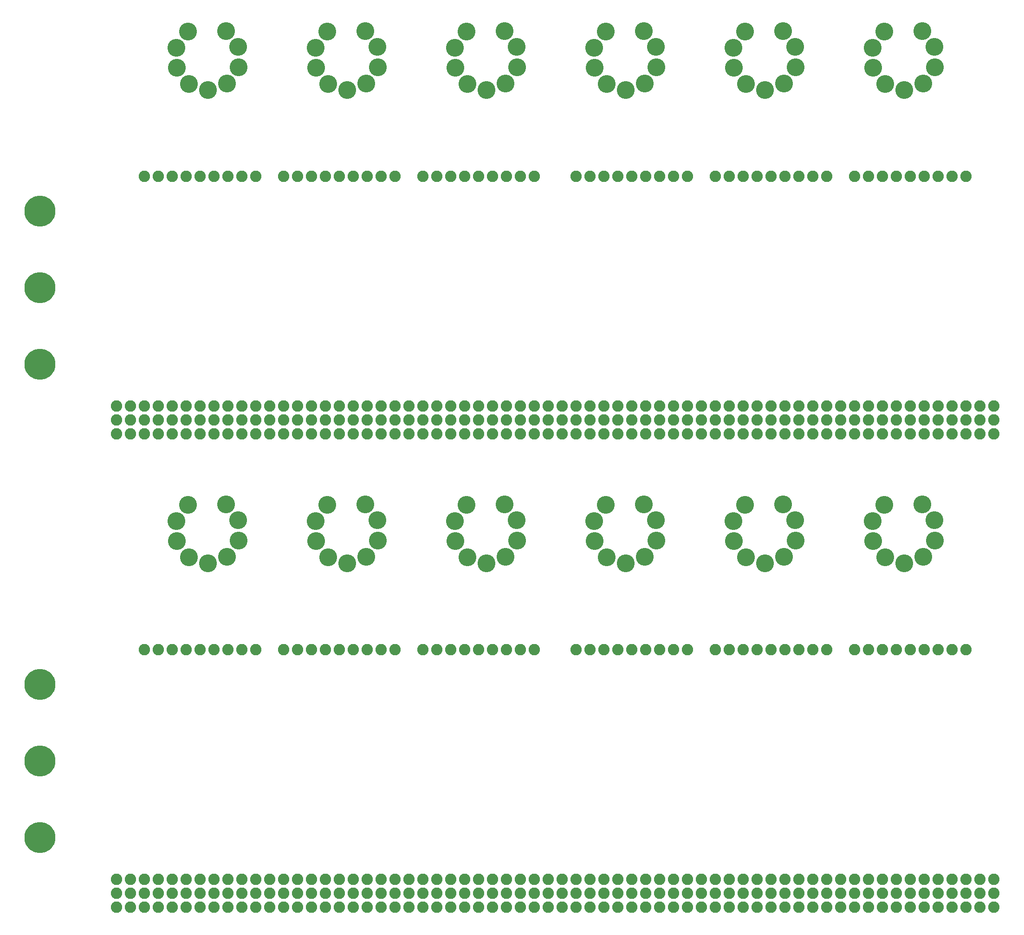
<source format=gbs>
G04 EAGLE Gerber RS-274X export*
G75*
%MOMM*%
%FSLAX34Y34*%
%LPD*%
%INSoldermask Bottom*%
%IPPOS*%
%AMOC8*
5,1,8,0,0,1.08239X$1,22.5*%
G01*
%ADD10C,3.251200*%
%ADD11C,2.082800*%
%ADD12C,5.664200*%


D10*
X466761Y1687442D03*
X488664Y1658107D03*
X489141Y1621502D03*
X468010Y1591607D03*
X433343Y1579841D03*
X398382Y1590700D03*
X376480Y1620034D03*
X376003Y1656640D03*
X397133Y1686535D03*
X720761Y1687442D03*
X742664Y1658107D03*
X743141Y1621502D03*
X722010Y1591607D03*
X687343Y1579841D03*
X652382Y1590700D03*
X630480Y1620034D03*
X630003Y1656640D03*
X651133Y1686535D03*
X974761Y1687442D03*
X996664Y1658107D03*
X997141Y1621502D03*
X976010Y1591607D03*
X941343Y1579841D03*
X906382Y1590700D03*
X884480Y1620034D03*
X884003Y1656640D03*
X905133Y1686535D03*
X1228761Y1687442D03*
X1250664Y1658107D03*
X1251141Y1621502D03*
X1230010Y1591607D03*
X1195343Y1579841D03*
X1160382Y1590700D03*
X1138480Y1620034D03*
X1138003Y1656640D03*
X1159133Y1686535D03*
X1482761Y1687442D03*
X1504664Y1658107D03*
X1505141Y1621502D03*
X1484010Y1591607D03*
X1449343Y1579841D03*
X1414382Y1590700D03*
X1392480Y1620034D03*
X1392003Y1656640D03*
X1413133Y1686535D03*
X1736761Y1687442D03*
X1758664Y1658107D03*
X1759141Y1621502D03*
X1738010Y1591607D03*
X1703343Y1579841D03*
X1668382Y1590700D03*
X1646480Y1620034D03*
X1646003Y1656640D03*
X1667133Y1686535D03*
X466761Y823842D03*
X488664Y794507D03*
X489141Y757902D03*
X468010Y728007D03*
X433343Y716241D03*
X398382Y727100D03*
X376480Y756434D03*
X376003Y793040D03*
X397133Y822935D03*
X720761Y823842D03*
X742664Y794507D03*
X743141Y757902D03*
X722010Y728007D03*
X687343Y716241D03*
X652382Y727100D03*
X630480Y756434D03*
X630003Y793040D03*
X651133Y822935D03*
X974761Y823842D03*
X996664Y794507D03*
X997141Y757902D03*
X976010Y728007D03*
X941343Y716241D03*
X906382Y727100D03*
X884480Y756434D03*
X884003Y793040D03*
X905133Y822935D03*
X1228761Y823842D03*
X1250664Y794507D03*
X1251141Y757902D03*
X1230010Y728007D03*
X1195343Y716241D03*
X1160382Y727100D03*
X1138480Y756434D03*
X1138003Y793040D03*
X1159133Y822935D03*
X1482761Y823842D03*
X1504664Y794507D03*
X1505141Y757902D03*
X1484010Y728007D03*
X1449343Y716241D03*
X1414382Y727100D03*
X1392480Y756434D03*
X1392003Y793040D03*
X1413133Y822935D03*
X1736761Y823842D03*
X1758664Y794507D03*
X1759141Y757902D03*
X1738010Y728007D03*
X1703343Y716241D03*
X1668382Y727100D03*
X1646480Y756434D03*
X1646003Y793040D03*
X1667133Y822935D03*
D11*
X266700Y114300D03*
X292100Y114300D03*
X317500Y114300D03*
X342900Y114300D03*
X368300Y114300D03*
X393700Y114300D03*
X419100Y114300D03*
X444500Y114300D03*
X469900Y114300D03*
X495300Y114300D03*
X520700Y114300D03*
X546100Y114300D03*
X571500Y114300D03*
X596900Y114300D03*
X622300Y114300D03*
X647700Y114300D03*
X673100Y114300D03*
X698500Y114300D03*
X723900Y114300D03*
X749300Y114300D03*
X774700Y114300D03*
X800100Y114300D03*
X825500Y114300D03*
X850900Y114300D03*
X876300Y114300D03*
X901700Y114300D03*
X927100Y114300D03*
X952500Y114300D03*
X977900Y114300D03*
X1003300Y114300D03*
X1028700Y114300D03*
X1054100Y114300D03*
X1079500Y114300D03*
X1104900Y114300D03*
X1130300Y114300D03*
X1155700Y114300D03*
X1181100Y114300D03*
X1206500Y114300D03*
X1231900Y114300D03*
X1257300Y114300D03*
X1282700Y114300D03*
X1308100Y114300D03*
X1333500Y114300D03*
X1358900Y114300D03*
X1384300Y114300D03*
X1409700Y114300D03*
X1435100Y114300D03*
X1460500Y114300D03*
X1485900Y114300D03*
X1511300Y114300D03*
X1536700Y114300D03*
X1562100Y114300D03*
X1587500Y114300D03*
X1612900Y114300D03*
X1638300Y114300D03*
X1663700Y114300D03*
X1689100Y114300D03*
X1714500Y114300D03*
X1739900Y114300D03*
X1765300Y114300D03*
X1790700Y114300D03*
X1816100Y114300D03*
X1841500Y114300D03*
X1866900Y114300D03*
X266700Y139700D03*
X292100Y139700D03*
X317500Y139700D03*
X342900Y139700D03*
X368300Y139700D03*
X393700Y139700D03*
X419100Y139700D03*
X444500Y139700D03*
X469900Y139700D03*
X495300Y139700D03*
X520700Y139700D03*
X546100Y139700D03*
X571500Y139700D03*
X596900Y139700D03*
X622300Y139700D03*
X647700Y139700D03*
X673100Y139700D03*
X698500Y139700D03*
X723900Y139700D03*
X749300Y139700D03*
X774700Y139700D03*
X800100Y139700D03*
X825500Y139700D03*
X850900Y139700D03*
X876300Y139700D03*
X901700Y139700D03*
X927100Y139700D03*
X952500Y139700D03*
X977900Y139700D03*
X1003300Y139700D03*
X1028700Y139700D03*
X1054100Y139700D03*
X1079500Y139700D03*
X1104900Y139700D03*
X1130300Y139700D03*
X1155700Y139700D03*
X1181100Y139700D03*
X1206500Y139700D03*
X1231900Y139700D03*
X1257300Y139700D03*
X1282700Y139700D03*
X1308100Y139700D03*
X1333500Y139700D03*
X1358900Y139700D03*
X1384300Y139700D03*
X1409700Y139700D03*
X1435100Y139700D03*
X1460500Y139700D03*
X1485900Y139700D03*
X1511300Y139700D03*
X1536700Y139700D03*
X1562100Y139700D03*
X1587500Y139700D03*
X1612900Y139700D03*
X1638300Y139700D03*
X1663700Y139700D03*
X1689100Y139700D03*
X1714500Y139700D03*
X1739900Y139700D03*
X1765300Y139700D03*
X1790700Y139700D03*
X1816100Y139700D03*
X1841500Y139700D03*
X1866900Y139700D03*
X266700Y1003300D03*
X292100Y1003300D03*
X317500Y1003300D03*
X342900Y1003300D03*
X368300Y1003300D03*
X393700Y1003300D03*
X419100Y1003300D03*
X444500Y1003300D03*
X469900Y1003300D03*
X495300Y1003300D03*
X520700Y1003300D03*
X546100Y1003300D03*
X571500Y1003300D03*
X596900Y1003300D03*
X622300Y1003300D03*
X647700Y1003300D03*
X673100Y1003300D03*
X698500Y1003300D03*
X723900Y1003300D03*
X749300Y1003300D03*
X774700Y1003300D03*
X800100Y1003300D03*
X825500Y1003300D03*
X850900Y1003300D03*
X876300Y1003300D03*
X901700Y1003300D03*
X927100Y1003300D03*
X952500Y1003300D03*
X977900Y1003300D03*
X1003300Y1003300D03*
X1028700Y1003300D03*
X1054100Y1003300D03*
X1079500Y1003300D03*
X1104900Y1003300D03*
X1130300Y1003300D03*
X1155700Y1003300D03*
X1181100Y1003300D03*
X1206500Y1003300D03*
X1231900Y1003300D03*
X1257300Y1003300D03*
X1282700Y1003300D03*
X1308100Y1003300D03*
X1333500Y1003300D03*
X1358900Y1003300D03*
X1384300Y1003300D03*
X1409700Y1003300D03*
X1435100Y1003300D03*
X1460500Y1003300D03*
X1485900Y1003300D03*
X1511300Y1003300D03*
X1536700Y1003300D03*
X1562100Y1003300D03*
X1587500Y1003300D03*
X1612900Y1003300D03*
X1638300Y1003300D03*
X1663700Y1003300D03*
X1689100Y1003300D03*
X1714500Y1003300D03*
X1739900Y1003300D03*
X1765300Y1003300D03*
X1790700Y1003300D03*
X1816100Y1003300D03*
X1841500Y1003300D03*
X1866900Y1003300D03*
X266700Y977900D03*
X292100Y977900D03*
X317500Y977900D03*
X342900Y977900D03*
X368300Y977900D03*
X393700Y977900D03*
X419100Y977900D03*
X444500Y977900D03*
X469900Y977900D03*
X495300Y977900D03*
X520700Y977900D03*
X546100Y977900D03*
X571500Y977900D03*
X596900Y977900D03*
X622300Y977900D03*
X647700Y977900D03*
X673100Y977900D03*
X698500Y977900D03*
X723900Y977900D03*
X749300Y977900D03*
X774700Y977900D03*
X800100Y977900D03*
X825500Y977900D03*
X850900Y977900D03*
X876300Y977900D03*
X901700Y977900D03*
X927100Y977900D03*
X952500Y977900D03*
X977900Y977900D03*
X1003300Y977900D03*
X1028700Y977900D03*
X1054100Y977900D03*
X1079500Y977900D03*
X1104900Y977900D03*
X1130300Y977900D03*
X1155700Y977900D03*
X1181100Y977900D03*
X1206500Y977900D03*
X1231900Y977900D03*
X1257300Y977900D03*
X1282700Y977900D03*
X1308100Y977900D03*
X1333500Y977900D03*
X1358900Y977900D03*
X1384300Y977900D03*
X1409700Y977900D03*
X1435100Y977900D03*
X1460500Y977900D03*
X1485900Y977900D03*
X1511300Y977900D03*
X1536700Y977900D03*
X1562100Y977900D03*
X1587500Y977900D03*
X1612900Y977900D03*
X1638300Y977900D03*
X1663700Y977900D03*
X1689100Y977900D03*
X1714500Y977900D03*
X1739900Y977900D03*
X1765300Y977900D03*
X1790700Y977900D03*
X1816100Y977900D03*
X1841500Y977900D03*
X1866900Y977900D03*
X266700Y952500D03*
X292100Y952500D03*
X317500Y952500D03*
X342900Y952500D03*
X368300Y952500D03*
X393700Y952500D03*
X419100Y952500D03*
X444500Y952500D03*
X469900Y952500D03*
X495300Y952500D03*
X520700Y952500D03*
X546100Y952500D03*
X571500Y952500D03*
X596900Y952500D03*
X622300Y952500D03*
X647700Y952500D03*
X673100Y952500D03*
X698500Y952500D03*
X723900Y952500D03*
X749300Y952500D03*
X774700Y952500D03*
X800100Y952500D03*
X825500Y952500D03*
X850900Y952500D03*
X876300Y952500D03*
X901700Y952500D03*
X927100Y952500D03*
X952500Y952500D03*
X977900Y952500D03*
X1003300Y952500D03*
X1028700Y952500D03*
X1054100Y952500D03*
X1079500Y952500D03*
X1104900Y952500D03*
X1130300Y952500D03*
X1155700Y952500D03*
X1181100Y952500D03*
X1206500Y952500D03*
X1231900Y952500D03*
X1257300Y952500D03*
X1282700Y952500D03*
X1308100Y952500D03*
X1333500Y952500D03*
X1358900Y952500D03*
X1384300Y952500D03*
X1409700Y952500D03*
X1435100Y952500D03*
X1460500Y952500D03*
X1485900Y952500D03*
X1511300Y952500D03*
X1536700Y952500D03*
X1562100Y952500D03*
X1587500Y952500D03*
X1612900Y952500D03*
X1638300Y952500D03*
X1663700Y952500D03*
X1689100Y952500D03*
X1714500Y952500D03*
X1739900Y952500D03*
X1765300Y952500D03*
X1790700Y952500D03*
X1816100Y952500D03*
X1841500Y952500D03*
X1866900Y952500D03*
X266700Y88900D03*
X292100Y88900D03*
X317500Y88900D03*
X342900Y88900D03*
X368300Y88900D03*
X393700Y88900D03*
X419100Y88900D03*
X444500Y88900D03*
X469900Y88900D03*
X495300Y88900D03*
X520700Y88900D03*
X546100Y88900D03*
X571500Y88900D03*
X596900Y88900D03*
X622300Y88900D03*
X647700Y88900D03*
X673100Y88900D03*
X698500Y88900D03*
X723900Y88900D03*
X749300Y88900D03*
X774700Y88900D03*
X800100Y88900D03*
X825500Y88900D03*
X850900Y88900D03*
X876300Y88900D03*
X901700Y88900D03*
X927100Y88900D03*
X952500Y88900D03*
X977900Y88900D03*
X1003300Y88900D03*
X1028700Y88900D03*
X1054100Y88900D03*
X1079500Y88900D03*
X1104900Y88900D03*
X1130300Y88900D03*
X1155700Y88900D03*
X1181100Y88900D03*
X1206500Y88900D03*
X1231900Y88900D03*
X1257300Y88900D03*
X1282700Y88900D03*
X1308100Y88900D03*
X1333500Y88900D03*
X1358900Y88900D03*
X1384300Y88900D03*
X1409700Y88900D03*
X1435100Y88900D03*
X1460500Y88900D03*
X1485900Y88900D03*
X1511300Y88900D03*
X1536700Y88900D03*
X1562100Y88900D03*
X1587500Y88900D03*
X1612900Y88900D03*
X1638300Y88900D03*
X1663700Y88900D03*
X1689100Y88900D03*
X1714500Y88900D03*
X1739900Y88900D03*
X1765300Y88900D03*
X1790700Y88900D03*
X1816100Y88900D03*
X1841500Y88900D03*
X1866900Y88900D03*
X520700Y1422400D03*
X495300Y1422400D03*
X469900Y1422400D03*
X444500Y1422400D03*
X419100Y1422400D03*
X393700Y1422400D03*
X368300Y1422400D03*
X342900Y1422400D03*
X317500Y1422400D03*
X774700Y1422400D03*
X749300Y1422400D03*
X723900Y1422400D03*
X698500Y1422400D03*
X673100Y1422400D03*
X647700Y1422400D03*
X622300Y1422400D03*
X596900Y1422400D03*
X571500Y1422400D03*
X1028700Y1422400D03*
X1003300Y1422400D03*
X977900Y1422400D03*
X952500Y1422400D03*
X927100Y1422400D03*
X901700Y1422400D03*
X876300Y1422400D03*
X850900Y1422400D03*
X825500Y1422400D03*
X1308100Y1422400D03*
X1282700Y1422400D03*
X1257300Y1422400D03*
X1231900Y1422400D03*
X1206500Y1422400D03*
X1181100Y1422400D03*
X1155700Y1422400D03*
X1130300Y1422400D03*
X1104900Y1422400D03*
X1562100Y1422400D03*
X1536700Y1422400D03*
X1511300Y1422400D03*
X1485900Y1422400D03*
X1460500Y1422400D03*
X1435100Y1422400D03*
X1409700Y1422400D03*
X1384300Y1422400D03*
X1358900Y1422400D03*
X1816100Y1422400D03*
X1790700Y1422400D03*
X1765300Y1422400D03*
X1739900Y1422400D03*
X1714500Y1422400D03*
X1689100Y1422400D03*
X1663700Y1422400D03*
X1638300Y1422400D03*
X1612900Y1422400D03*
X520700Y558800D03*
X495300Y558800D03*
X469900Y558800D03*
X444500Y558800D03*
X419100Y558800D03*
X393700Y558800D03*
X368300Y558800D03*
X342900Y558800D03*
X317500Y558800D03*
X774700Y558800D03*
X749300Y558800D03*
X723900Y558800D03*
X698500Y558800D03*
X673100Y558800D03*
X647700Y558800D03*
X622300Y558800D03*
X596900Y558800D03*
X571500Y558800D03*
X1028700Y558800D03*
X1003300Y558800D03*
X977900Y558800D03*
X952500Y558800D03*
X927100Y558800D03*
X901700Y558800D03*
X876300Y558800D03*
X850900Y558800D03*
X825500Y558800D03*
X1308100Y558800D03*
X1282700Y558800D03*
X1257300Y558800D03*
X1231900Y558800D03*
X1206500Y558800D03*
X1181100Y558800D03*
X1155700Y558800D03*
X1130300Y558800D03*
X1104900Y558800D03*
X1562100Y558800D03*
X1536700Y558800D03*
X1511300Y558800D03*
X1485900Y558800D03*
X1460500Y558800D03*
X1435100Y558800D03*
X1409700Y558800D03*
X1384300Y558800D03*
X1358900Y558800D03*
X1816100Y558800D03*
X1790700Y558800D03*
X1765300Y558800D03*
X1739900Y558800D03*
X1714500Y558800D03*
X1689100Y558800D03*
X1663700Y558800D03*
X1638300Y558800D03*
X1612900Y558800D03*
D12*
X127000Y1219200D03*
X127000Y355600D03*
X127000Y1358900D03*
X127000Y1079500D03*
X127000Y495300D03*
X127000Y215900D03*
M02*

</source>
